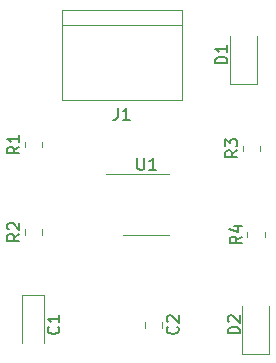
<source format=gbr>
%TF.GenerationSoftware,KiCad,Pcbnew,(6.0.10)*%
%TF.CreationDate,2023-02-17T12:20:43-08:00*%
%TF.ProjectId,Excercise2,45786365-7263-4697-9365-322e6b696361,rev?*%
%TF.SameCoordinates,Original*%
%TF.FileFunction,Legend,Top*%
%TF.FilePolarity,Positive*%
%FSLAX46Y46*%
G04 Gerber Fmt 4.6, Leading zero omitted, Abs format (unit mm)*
G04 Created by KiCad (PCBNEW (6.0.10)) date 2023-02-17 12:20:43*
%MOMM*%
%LPD*%
G01*
G04 APERTURE LIST*
%ADD10C,0.150000*%
%ADD11C,0.120000*%
G04 APERTURE END LIST*
D10*
%TO.C,D1*%
X158652380Y-61698095D02*
X157652380Y-61698095D01*
X157652380Y-61460000D01*
X157700000Y-61317142D01*
X157795238Y-61221904D01*
X157890476Y-61174285D01*
X158080952Y-61126666D01*
X158223809Y-61126666D01*
X158414285Y-61174285D01*
X158509523Y-61221904D01*
X158604761Y-61317142D01*
X158652380Y-61460000D01*
X158652380Y-61698095D01*
X158652380Y-60174285D02*
X158652380Y-60745714D01*
X158652380Y-60460000D02*
X157652380Y-60460000D01*
X157795238Y-60555238D01*
X157890476Y-60650476D01*
X157938095Y-60745714D01*
%TO.C,R2*%
X141042380Y-76139602D02*
X140566190Y-76472936D01*
X141042380Y-76711031D02*
X140042380Y-76711031D01*
X140042380Y-76330078D01*
X140090000Y-76234840D01*
X140137619Y-76187221D01*
X140232857Y-76139602D01*
X140375714Y-76139602D01*
X140470952Y-76187221D01*
X140518571Y-76234840D01*
X140566190Y-76330078D01*
X140566190Y-76711031D01*
X140137619Y-75758650D02*
X140090000Y-75711031D01*
X140042380Y-75615793D01*
X140042380Y-75377697D01*
X140090000Y-75282459D01*
X140137619Y-75234840D01*
X140232857Y-75187221D01*
X140328095Y-75187221D01*
X140470952Y-75234840D01*
X141042380Y-75806269D01*
X141042380Y-75187221D01*
%TO.C,U1*%
X151048095Y-69712380D02*
X151048095Y-70521904D01*
X151095714Y-70617142D01*
X151143333Y-70664761D01*
X151238571Y-70712380D01*
X151429047Y-70712380D01*
X151524285Y-70664761D01*
X151571904Y-70617142D01*
X151619523Y-70521904D01*
X151619523Y-69712380D01*
X152619523Y-70712380D02*
X152048095Y-70712380D01*
X152333809Y-70712380D02*
X152333809Y-69712380D01*
X152238571Y-69855238D01*
X152143333Y-69950476D01*
X152048095Y-69998095D01*
%TO.C,C1*%
X144347142Y-83986666D02*
X144394761Y-84034285D01*
X144442380Y-84177142D01*
X144442380Y-84272380D01*
X144394761Y-84415238D01*
X144299523Y-84510476D01*
X144204285Y-84558095D01*
X144013809Y-84605714D01*
X143870952Y-84605714D01*
X143680476Y-84558095D01*
X143585238Y-84510476D01*
X143490000Y-84415238D01*
X143442380Y-84272380D01*
X143442380Y-84177142D01*
X143490000Y-84034285D01*
X143537619Y-83986666D01*
X144442380Y-83034285D02*
X144442380Y-83605714D01*
X144442380Y-83320000D02*
X143442380Y-83320000D01*
X143585238Y-83415238D01*
X143680476Y-83510476D01*
X143728095Y-83605714D01*
%TO.C,J1*%
X149396666Y-65492380D02*
X149396666Y-66206666D01*
X149349047Y-66349523D01*
X149253809Y-66444761D01*
X149110952Y-66492380D01*
X149015714Y-66492380D01*
X150396666Y-66492380D02*
X149825238Y-66492380D01*
X150110952Y-66492380D02*
X150110952Y-65492380D01*
X150015714Y-65635238D01*
X149920476Y-65730476D01*
X149825238Y-65778095D01*
%TO.C,R4*%
X159874880Y-76366666D02*
X159398690Y-76700000D01*
X159874880Y-76938095D02*
X158874880Y-76938095D01*
X158874880Y-76557142D01*
X158922500Y-76461904D01*
X158970119Y-76414285D01*
X159065357Y-76366666D01*
X159208214Y-76366666D01*
X159303452Y-76414285D01*
X159351071Y-76461904D01*
X159398690Y-76557142D01*
X159398690Y-76938095D01*
X159208214Y-75509523D02*
X159874880Y-75509523D01*
X158827261Y-75747619D02*
X159541547Y-75985714D01*
X159541547Y-75366666D01*
%TO.C,C2*%
X154437142Y-83986666D02*
X154484761Y-84034285D01*
X154532380Y-84177142D01*
X154532380Y-84272380D01*
X154484761Y-84415238D01*
X154389523Y-84510476D01*
X154294285Y-84558095D01*
X154103809Y-84605714D01*
X153960952Y-84605714D01*
X153770476Y-84558095D01*
X153675238Y-84510476D01*
X153580000Y-84415238D01*
X153532380Y-84272380D01*
X153532380Y-84177142D01*
X153580000Y-84034285D01*
X153627619Y-83986666D01*
X153627619Y-83605714D02*
X153580000Y-83558095D01*
X153532380Y-83462857D01*
X153532380Y-83224761D01*
X153580000Y-83129523D01*
X153627619Y-83081904D01*
X153722857Y-83034285D01*
X153818095Y-83034285D01*
X153960952Y-83081904D01*
X154532380Y-83653333D01*
X154532380Y-83034285D01*
%TO.C,R3*%
X159499880Y-69059602D02*
X159023690Y-69392936D01*
X159499880Y-69631031D02*
X158499880Y-69631031D01*
X158499880Y-69250078D01*
X158547500Y-69154840D01*
X158595119Y-69107221D01*
X158690357Y-69059602D01*
X158833214Y-69059602D01*
X158928452Y-69107221D01*
X158976071Y-69154840D01*
X159023690Y-69250078D01*
X159023690Y-69631031D01*
X158499880Y-68726269D02*
X158499880Y-68107221D01*
X158880833Y-68440555D01*
X158880833Y-68297697D01*
X158928452Y-68202459D01*
X158976071Y-68154840D01*
X159071309Y-68107221D01*
X159309404Y-68107221D01*
X159404642Y-68154840D01*
X159452261Y-68202459D01*
X159499880Y-68297697D01*
X159499880Y-68583412D01*
X159452261Y-68678650D01*
X159404642Y-68726269D01*
%TO.C,R1*%
X141042380Y-68746666D02*
X140566190Y-69080000D01*
X141042380Y-69318095D02*
X140042380Y-69318095D01*
X140042380Y-68937142D01*
X140090000Y-68841904D01*
X140137619Y-68794285D01*
X140232857Y-68746666D01*
X140375714Y-68746666D01*
X140470952Y-68794285D01*
X140518571Y-68841904D01*
X140566190Y-68937142D01*
X140566190Y-69318095D01*
X141042380Y-67794285D02*
X141042380Y-68365714D01*
X141042380Y-68080000D02*
X140042380Y-68080000D01*
X140185238Y-68175238D01*
X140280476Y-68270476D01*
X140328095Y-68365714D01*
%TO.C,D2*%
X159704880Y-84558095D02*
X158704880Y-84558095D01*
X158704880Y-84320000D01*
X158752500Y-84177142D01*
X158847738Y-84081904D01*
X158942976Y-84034285D01*
X159133452Y-83986666D01*
X159276309Y-83986666D01*
X159466785Y-84034285D01*
X159562023Y-84081904D01*
X159657261Y-84177142D01*
X159704880Y-84320000D01*
X159704880Y-84558095D01*
X158800119Y-83605714D02*
X158752500Y-83558095D01*
X158704880Y-83462857D01*
X158704880Y-83224761D01*
X158752500Y-83129523D01*
X158800119Y-83081904D01*
X158895357Y-83034285D01*
X158990595Y-83034285D01*
X159133452Y-83081904D01*
X159704880Y-83653333D01*
X159704880Y-83034285D01*
D11*
%TO.C,D1*%
X158885000Y-63420000D02*
X161155000Y-63420000D01*
X161155000Y-63420000D02*
X161155000Y-59360000D01*
X158885000Y-59360000D02*
X158885000Y-63420000D01*
%TO.C,R2*%
X141505000Y-76200000D02*
X141505000Y-75745872D01*
X142975000Y-76200000D02*
X142975000Y-75745872D01*
%TO.C,U1*%
X151810000Y-71100000D02*
X148360000Y-71100000D01*
X151810000Y-76220000D02*
X153760000Y-76220000D01*
X151810000Y-76220000D02*
X149860000Y-76220000D01*
X151810000Y-71100000D02*
X153760000Y-71100000D01*
%TO.C,C1*%
X143175000Y-81335000D02*
X141305000Y-81335000D01*
X141305000Y-81335000D02*
X141305000Y-85420000D01*
X143175000Y-85420000D02*
X143175000Y-81335000D01*
%TO.C,J1*%
X144650000Y-58420000D02*
X154810000Y-58420000D01*
X154810000Y-64770000D02*
X154810000Y-57150000D01*
X154810000Y-57150000D02*
X144650000Y-57150000D01*
X144650000Y-57150000D02*
X144650000Y-64770000D01*
X144650000Y-64770000D02*
X154810000Y-64770000D01*
%TO.C,R4*%
X161807500Y-76427064D02*
X161807500Y-75972936D01*
X160337500Y-76427064D02*
X160337500Y-75972936D01*
%TO.C,C2*%
X153135000Y-83558748D02*
X153135000Y-84081252D01*
X151665000Y-83558748D02*
X151665000Y-84081252D01*
%TO.C,R3*%
X161432500Y-69120000D02*
X161432500Y-68665872D01*
X159962500Y-69120000D02*
X159962500Y-68665872D01*
%TO.C,R1*%
X141505000Y-68807064D02*
X141505000Y-68352936D01*
X142975000Y-68807064D02*
X142975000Y-68352936D01*
%TO.C,D2*%
X159937500Y-86280000D02*
X162207500Y-86280000D01*
X162207500Y-86280000D02*
X162207500Y-82220000D01*
X159937500Y-82220000D02*
X159937500Y-86280000D01*
%TD*%
M02*

</source>
